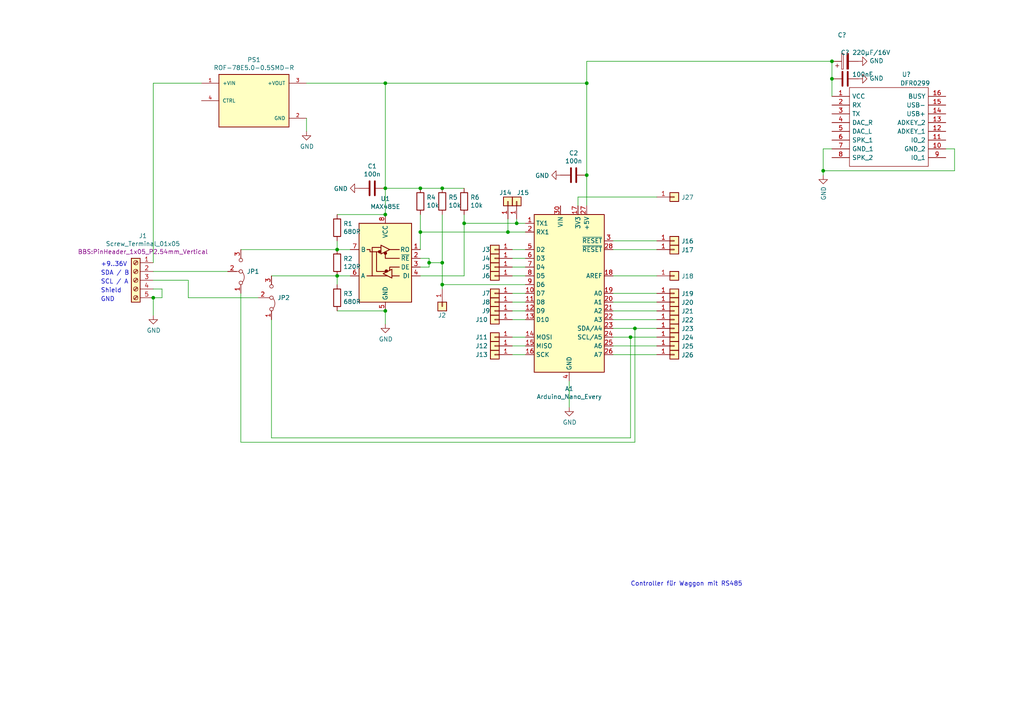
<source format=kicad_sch>
(kicad_sch (version 20211123) (generator eeschema)
  (paper "A4")
  (lib_symbols
    (symbol "Connector:Screw_Terminal_01x05" (pin_names (offset 1.016) hide)
      (property "Reference" "J" (at 0 7.62 0))
      (property "Value" "Screw_Terminal_01x05" (at 0 -7.62 0))
      (symbol "Screw_Terminal_01x05_1_1"
        (rectangle (start -1.27 6.35) (end 1.27 -6.35) (stroke (width 0.254)) (fill (type background)))
        (circle (center 0 -5.08) (radius 0.635) (stroke (width 0.1524)))
        (circle (center 0 -2.54) (radius 0.635) (stroke (width 0.1524)))
        (polyline (pts (xy -0.5334 -4.7498) (xy 0.3302 -5.588)) (stroke (width 0.1524)))
        (polyline (pts (xy -0.5334 -2.2098) (xy 0.3302 -3.048)) (stroke (width 0.1524)))
        (polyline (pts (xy -0.5334 0.3302) (xy 0.3302 -0.508)) (stroke (width 0.1524)))
        (polyline (pts (xy -0.5334 2.8702) (xy 0.3302 2.032)) (stroke (width 0.1524)))
        (polyline (pts (xy -0.5334 5.4102) (xy 0.3302 4.572)) (stroke (width 0.1524)))
        (polyline (pts (xy -0.3556 -4.572) (xy 0.508 -5.4102)) (stroke (width 0.1524)))
        (polyline (pts (xy -0.3556 -2.032) (xy 0.508 -2.8702)) (stroke (width 0.1524)))
        (polyline (pts (xy -0.3556 0.508) (xy 0.508 -0.3302)) (stroke (width 0.1524)))
        (polyline (pts (xy -0.3556 3.048) (xy 0.508 2.2098)) (stroke (width 0.1524)))
        (polyline (pts (xy -0.3556 5.588) (xy 0.508 4.7498)) (stroke (width 0.1524)))
        (circle (center 0 0) (radius 0.635) (stroke (width 0.1524)))
        (circle (center 0 2.54) (radius 0.635) (stroke (width 0.1524)))
        (circle (center 0 5.08) (radius 0.635) (stroke (width 0.1524)))
        (pin passive line (at -5.08 5.08 0) (length 3.81) (name "Pin_1") (number "1"))
        (pin passive line (at -5.08 2.54 0) (length 3.81) (name "Pin_2") (number "2"))
        (pin passive line (at -5.08 0 0) (length 3.81) (name "Pin_3") (number "3"))
        (pin passive line (at -5.08 -2.54 0) (length 3.81) (name "Pin_4") (number "4"))
        (pin passive line (at -5.08 -5.08 0) (length 3.81) (name "Pin_5") (number "5"))
      )
    )
    (symbol "Connector_Generic:Conn_01x01" (pin_names (offset 1.016) hide)
      (property "Reference" "J" (at 0 2.54 0))
      (property "Value" "Conn_01x01" (at 0 -2.54 0))
      (symbol "Conn_01x01_1_1"
        (rectangle (start -1.27 0.127) (end 0 -0.127) (stroke (width 0.1524)))
        (rectangle (start -1.27 1.27) (end 1.27 -1.27) (stroke (width 0.254)) (fill (type background)))
        (pin passive line (at -5.08 0 0) (length 3.81) (name "Pin_1") (number "1"))
      )
    )
    (symbol "DFRobot:DFR0299" (pin_names (offset 0.762))
      (property "Reference" "U" (at 29.21 7.62 0))
      (property "Value" "DFR0299" (at 29.21 5.08 0))
      (symbol "DFR0299_0_0"
        (pin power_in line (at 0 0 0) (length 5.08) (name "VCC") (number "1"))
        (pin power_in line (at 33.02 -15.24 180) (length 5.08) (name "GND_2") (number "10"))
        (pin input line (at 33.02 -12.7 180) (length 5.08) (name "IO_2") (number "11"))
        (pin input line (at 33.02 -10.16 180) (length 5.08) (name "ADKEY_1") (number "12"))
        (pin input line (at 33.02 -7.62 180) (length 5.08) (name "ADKEY_2") (number "13"))
        (pin bidirectional line (at 33.02 -5.08 180) (length 5.08) (name "USB+") (number "14"))
        (pin bidirectional line (at 33.02 -2.54 180) (length 5.08) (name "USB-") (number "15"))
        (pin output line (at 33.02 0 180) (length 5.08) (name "BUSY") (number "16"))
        (pin input line (at 0 -2.54 0) (length 5.08) (name "RX") (number "2"))
        (pin output line (at 0 -5.08 0) (length 5.08) (name "TX") (number "3"))
        (pin output line (at 0 -7.62 0) (length 5.08) (name "DAC_R") (number "4"))
        (pin output line (at 0 -10.16 0) (length 5.08) (name "DAC_L") (number "5"))
        (pin output line (at 0 -12.7 0) (length 5.08) (name "SPK_1") (number "6"))
        (pin power_in line (at 0 -15.24 0) (length 5.08) (name "GND_1") (number "7"))
        (pin output line (at 0 -17.78 0) (length 5.08) (name "SPK_2") (number "8"))
        (pin input line (at 33.02 -17.78 180) (length 5.08) (name "IO_1") (number "9"))
      )
      (symbol "DFR0299_0_1"
        (polyline (pts (xy 5.08 2.54) (xy 27.94 2.54) (xy 27.94 -20.32) (xy 5.08 -20.32) (xy 5.08 2.54)) (stroke (width 0.1524)))
      )
    )
    (symbol "Device:C" (pin_numbers hide) (pin_names (offset 0.254))
      (property "Reference" "C" (at 0.635 2.54 0))
      (property "Value" "C" (at 0.635 -2.54 0))
      (symbol "C_0_1"
        (polyline (pts (xy -2.032 -0.762) (xy 2.032 -0.762)) (stroke (width 0.508)))
        (polyline (pts (xy -2.032 0.762) (xy 2.032 0.762)) (stroke (width 0.508)))
      )
      (symbol "C_1_1"
        (pin passive line (at 0 3.81 270) (length 2.794) (name "~") (number "1"))
        (pin passive line (at 0 -3.81 90) (length 2.794) (name "~") (number "2"))
      )
    )
    (symbol "Device:C_Polarized" (pin_numbers hide) (pin_names (offset 0.254))
      (property "Reference" "C" (at 0.635 2.54 0))
      (property "Value" "C_Polarized" (at 0.635 -2.54 0))
      (symbol "C_Polarized_0_1"
        (rectangle (start -2.286 0.508) (end 2.286 1.016))
        (polyline (pts (xy -1.778 2.286) (xy -0.762 2.286)))
        (polyline (pts (xy -1.27 2.794) (xy -1.27 1.778)))
        (rectangle (start 2.286 -0.508) (end -2.286 -1.016) (fill (type outline)))
      )
      (symbol "C_Polarized_1_1"
        (pin passive line (at 0 3.81 270) (length 2.794) (name "~") (number "1"))
        (pin passive line (at 0 -3.81 90) (length 2.794) (name "~") (number "2"))
      )
    )
    (symbol "Device:R" (pin_numbers hide) (pin_names (offset 0))
      (property "Reference" "R" (at 2.032 0 90))
      (property "Value" "R" (at 0 0 90))
      (symbol "R_0_1"
        (rectangle (start -1.016 -2.54) (end 1.016 2.54) (stroke (width 0.254)))
      )
      (symbol "R_1_1"
        (pin passive line (at 0 3.81 270) (length 1.27) (name "~") (number "1"))
        (pin passive line (at 0 -3.81 90) (length 1.27) (name "~") (number "2"))
      )
    )
    (symbol "Interface_UART:MAX485E"
      (property "Reference" "U" (at -6.096 11.43 0))
      (property "Value" "MAX485E" (at 0.762 11.43 0))
      (symbol "MAX485E_0_1"
        (rectangle (start -7.62 10.16) (end 7.62 -12.7) (stroke (width 0.254)) (fill (type background)))
        (circle (center -0.3048 -3.683) (radius 0.3556) (stroke (width 0.254)) (fill (type outline)))
        (circle (center -0.0254 1.4986) (radius 0.3556) (stroke (width 0.254)) (fill (type outline)))
        (polyline (pts (xy -4.064 -5.08) (xy -1.905 -5.08)) (stroke (width 0.254)))
        (polyline (pts (xy -4.064 2.54) (xy -1.27 2.54)) (stroke (width 0.254)))
        (polyline (pts (xy -1.27 -3.2004) (xy -1.27 -3.4544)) (stroke (width 0.254)))
        (polyline (pts (xy -0.635 -5.08) (xy 5.334 -5.08)) (stroke (width 0.254)))
        (polyline (pts (xy -4.064 -2.54) (xy -1.27 -2.54) (xy -1.27 -3.175)) (stroke (width 0.254)))
        (polyline (pts (xy 0 1.27) (xy 0 0) (xy -4.064 0)) (stroke (width 0.254)))
        (polyline (pts (xy 1.27 3.175) (xy 3.81 3.175) (xy 3.81 -5.08)) (stroke (width 0.254)))
        (polyline (pts (xy 2.54 1.905) (xy 2.54 -3.81) (xy 0 -3.81)) (stroke (width 0.254)))
        (polyline (pts (xy -1.905 -3.175) (xy -1.905 -5.715) (xy 0.635 -4.445) (xy -1.905 -3.175)) (stroke (width 0.254)))
        (polyline (pts (xy -1.27 2.54) (xy 1.27 3.81) (xy 1.27 1.27) (xy -1.27 2.54)) (stroke (width 0.254)))
        (polyline (pts (xy 1.905 1.905) (xy 4.445 1.905) (xy 4.445 2.54) (xy 5.334 2.54)) (stroke (width 0.254)))
        (rectangle (start 1.27 3.175) (end 1.27 3.175))
        (circle (center 1.651 1.905) (radius 0.3556) (stroke (width 0.254)) (fill (type outline)))
      )
      (symbol "MAX485E_1_1"
        (pin output line (at -10.16 2.54 0) (length 2.54) (name "RO") (number "1"))
        (pin input line (at -10.16 0 0) (length 2.54) (name "~{RE}") (number "2"))
        (pin input line (at -10.16 -2.54 0) (length 2.54) (name "DE") (number "3"))
        (pin input line (at -10.16 -5.08 0) (length 2.54) (name "DI") (number "4"))
        (pin power_in line (at 0 -15.24 90) (length 2.54) (name "GND") (number "5"))
        (pin bidirectional line (at 10.16 -5.08 180) (length 2.54) (name "A") (number "6"))
        (pin bidirectional line (at 10.16 2.54 180) (length 2.54) (name "B") (number "7"))
        (pin power_in line (at 0 12.7 270) (length 2.54) (name "VCC") (number "8"))
      )
    )
    (symbol "Jumper:Jumper_3_Bridged12" (pin_names (offset 0) hide)
      (property "Reference" "JP" (at -2.54 -2.54 0))
      (property "Value" "Jumper_3_Bridged12" (at 0 2.794 0))
      (symbol "Jumper_3_Bridged12_0_0"
        (circle (center -3.302 0) (radius 0.508))
        (circle (center 0 0) (radius 0.508))
        (circle (center 3.302 0) (radius 0.508))
      )
      (symbol "Jumper_3_Bridged12_0_1"
        (arc (start -0.254 0.508) (mid -1.651 0.9912) (end -3.048 0.508))
        (polyline (pts (xy 0 -1.27) (xy 0 -0.508)))
      )
      (symbol "Jumper_3_Bridged12_1_1"
        (pin passive line (at -6.35 0 0) (length 2.54) (name "A") (number "1"))
        (pin input line (at 0 -3.81 90) (length 2.54) (name "C") (number "2"))
        (pin passive line (at 6.35 0 180) (length 2.54) (name "B") (number "3"))
      )
    )
    (symbol "MCU_Module:Arduino_Nano_Every"
      (property "Reference" "A" (at -10.16 23.495 0))
      (property "Value" "Arduino_Nano_Every" (at 5.08 -24.13 0))
      (symbol "Arduino_Nano_Every_0_1"
        (rectangle (start -10.16 22.86) (end 10.16 -22.86) (stroke (width 0.254)) (fill (type background)))
      )
      (symbol "Arduino_Nano_Every_1_1"
        (pin bidirectional line (at -12.7 20.32 0) (length 2.54) (name "TX1") (number "1"))
        (pin bidirectional line (at -12.7 0 0) (length 2.54) (name "D7") (number "10"))
        (pin bidirectional line (at -12.7 -2.54 0) (length 2.54) (name "D8") (number "11"))
        (pin bidirectional line (at -12.7 -5.08 0) (length 2.54) (name "D9") (number "12"))
        (pin bidirectional line (at -12.7 -7.62 0) (length 2.54) (name "D10") (number "13"))
        (pin bidirectional line (at -12.7 -12.7 0) (length 2.54) (name "MOSI") (number "14"))
        (pin bidirectional line (at -12.7 -15.24 0) (length 2.54) (name "MISO") (number "15"))
        (pin bidirectional line (at -12.7 -17.78 0) (length 2.54) (name "SCK") (number "16"))
        (pin power_out line (at 2.54 25.4 270) (length 2.54) (name "3V3") (number "17"))
        (pin input line (at 12.7 5.08 180) (length 2.54) (name "AREF") (number "18"))
        (pin bidirectional line (at 12.7 0 180) (length 2.54) (name "A0") (number "19"))
        (pin bidirectional line (at -12.7 17.78 0) (length 2.54) (name "RX1") (number "2"))
        (pin bidirectional line (at 12.7 -2.54 180) (length 2.54) (name "A1") (number "20"))
        (pin bidirectional line (at 12.7 -5.08 180) (length 2.54) (name "A2") (number "21"))
        (pin bidirectional line (at 12.7 -7.62 180) (length 2.54) (name "A3") (number "22"))
        (pin bidirectional line (at 12.7 -10.16 180) (length 2.54) (name "SDA/A4") (number "23"))
        (pin bidirectional line (at 12.7 -12.7 180) (length 2.54) (name "SCL/A5") (number "24"))
        (pin bidirectional line (at 12.7 -15.24 180) (length 2.54) (name "A6") (number "25"))
        (pin bidirectional line (at 12.7 -17.78 180) (length 2.54) (name "A7") (number "26"))
        (pin power_out line (at 5.08 25.4 270) (length 2.54) (name "+5V") (number "27"))
        (pin input line (at 12.7 12.7 180) (length 2.54) (name "~{RESET}") (number "28"))
        (pin passive line (at 0 -25.4 90) (length 2.54) hide (name "GND") (number "29"))
        (pin input line (at 12.7 15.24 180) (length 2.54) (name "~{RESET}") (number "3"))
        (pin power_in line (at -2.54 25.4 270) (length 2.54) (name "VIN") (number "30"))
        (pin power_in line (at 0 -25.4 90) (length 2.54) (name "GND") (number "4"))
        (pin bidirectional line (at -12.7 12.7 0) (length 2.54) (name "D2") (number "5"))
        (pin bidirectional line (at -12.7 10.16 0) (length 2.54) (name "D3") (number "6"))
        (pin bidirectional line (at -12.7 7.62 0) (length 2.54) (name "D4") (number "7"))
        (pin bidirectional line (at -12.7 5.08 0) (length 2.54) (name "D5") (number "8"))
        (pin bidirectional line (at -12.7 2.54 0) (length 2.54) (name "D6") (number "9"))
      )
    )
    (symbol "ROF-78E5.0-0.5SMD-R:ROF-78E5.0-0.5SMD-R" (pin_names (offset 1.016))
      (property "Reference" "PS" (at -10.16 8.89 0))
      (property "Value" "ROF-78E5.0-0.5SMD-R" (at -10.16 -10.16 0))
      (symbol "ROF-78E5.0-0.5SMD-R_0_0"
        (rectangle (start -10.16 -7.62) (end 10.16 7.62) (stroke (width 0.254)) (fill (type background)))
        (pin input line (at -15.24 5.08 0) (length 5.08) (name "+VIN") (number "1"))
        (pin power_in line (at 15.24 -5.08 180) (length 5.08) (name "GND") (number "2"))
        (pin output line (at 15.24 5.08 180) (length 5.08) (name "+VOUT") (number "3"))
        (pin input line (at -15.24 0 0) (length 5.08) (name "CTRL") (number "4"))
      )
    )
    (symbol "power:GND" (power) (pin_names (offset 0))
      (property "Value" "GND" (at 0 -3.81 0))
      (symbol "GND_0_1"
        (polyline (pts (xy 0 0) (xy 0 -1.27) (xy 1.27 -1.27) (xy 0 -2.54) (xy -1.27 -1.27) (xy 0 -1.27)))
      )
      (symbol "GND_1_1"
        (pin power_in line (at 0 0 270) (length 0) hide (name "GND") (number "1"))
      )
    )
  )
  (junction (at 121.92 54.61))
  (junction (at 170.18 50.8))
  (junction (at 128.27 54.61))
  (junction (at 147.32 67.31))
  (junction (at 149.86 64.77))
  (junction (at 111.76 54.61))
  (junction (at 241.3 22.86))
  (junction (at 44.45 86.36))
  (junction (at 182.88 97.79))
  (junction (at 184.15 95.25))
  (junction (at 97.79 72.39))
  (junction (at 111.76 62.23))
  (junction (at 238.76 49.53))
  (junction (at 111.76 90.17))
  (junction (at 241.3 17.78))
  (junction (at 170.18 24.13))
  (junction (at 124.46 76.2))
  (junction (at 134.62 64.77))
  (junction (at 128.27 82.55))
  (junction (at 111.76 24.13))
  (junction (at 97.79 80.01))
  (junction (at 121.92 67.31))
  (junction (at 128.27 76.2))
  (wire (pts (xy 177.8 92.71) (xy 190.5 92.71)))
  (wire (pts (xy 167.64 57.15) (xy 167.64 59.69)))
  (wire (pts (xy 148.59 85.09) (xy 152.4 85.09)))
  (wire (pts (xy 69.85 85.09) (xy 69.85 128.27)))
  (wire (pts (xy 238.76 49.53) (xy 238.76 43.18)))
  (wire (pts (xy 97.79 80.01) (xy 97.79 82.55)))
  (wire (pts (xy 44.45 83.82) (xy 46.99 83.82)))
  (wire (pts (xy 170.18 17.78) (xy 170.18 24.13)))
  (wire (pts (xy 111.76 54.61) (xy 121.92 54.61)))
  (wire (pts (xy 121.92 67.31) (xy 147.32 67.31)))
  (wire (pts (xy 147.32 63.5) (xy 147.32 67.31)))
  (wire (pts (xy 44.45 86.36) (xy 44.45 91.44)))
  (wire (pts (xy 134.62 64.77) (xy 134.62 80.01)))
  (wire (pts (xy 148.59 87.63) (xy 152.4 87.63)))
  (wire (pts (xy 177.8 87.63) (xy 190.5 87.63)))
  (wire (pts (xy 238.76 50.8) (xy 238.76 49.53)))
  (wire (pts (xy 184.15 95.25) (xy 190.5 95.25)))
  (wire (pts (xy 88.9 34.29) (xy 88.9 38.1)))
  (wire (pts (xy 97.79 62.23) (xy 111.76 62.23)))
  (wire (pts (xy 88.9 24.13) (xy 111.76 24.13)))
  (wire (pts (xy 128.27 82.55) (xy 128.27 76.2)))
  (wire (pts (xy 124.46 74.93) (xy 124.46 76.2)))
  (wire (pts (xy 128.27 62.23) (xy 128.27 76.2)))
  (wire (pts (xy 148.59 80.01) (xy 152.4 80.01)))
  (wire (pts (xy 148.59 90.17) (xy 152.4 90.17)))
  (wire (pts (xy 184.15 95.25) (xy 184.15 128.27)))
  (wire (pts (xy 241.3 17.78) (xy 170.18 17.78)))
  (wire (pts (xy 128.27 83.82) (xy 128.27 82.55)))
  (wire (pts (xy 148.59 72.39) (xy 152.4 72.39)))
  (wire (pts (xy 177.8 69.85) (xy 190.5 69.85)))
  (wire (pts (xy 241.3 22.86) (xy 241.3 27.94)))
  (wire (pts (xy 44.45 81.28) (xy 54.61 81.28)))
  (wire (pts (xy 148.59 77.47) (xy 152.4 77.47)))
  (wire (pts (xy 177.8 97.79) (xy 182.88 97.79)))
  (wire (pts (xy 177.8 80.01) (xy 190.5 80.01)))
  (wire (pts (xy 78.74 92.71) (xy 78.74 127)))
  (wire (pts (xy 177.8 95.25) (xy 184.15 95.25)))
  (wire (pts (xy 111.76 24.13) (xy 111.76 54.61)))
  (wire (pts (xy 241.3 17.78) (xy 243.84 17.78)))
  (wire (pts (xy 54.61 86.36) (xy 74.93 86.36)))
  (wire (pts (xy 177.8 72.39) (xy 190.5 72.39)))
  (wire (pts (xy 276.86 49.53) (xy 276.86 43.18)))
  (wire (pts (xy 121.92 54.61) (xy 128.27 54.61)))
  (wire (pts (xy 78.74 80.01) (xy 97.79 80.01)))
  (wire (pts (xy 121.92 62.23) (xy 121.92 67.31)))
  (wire (pts (xy 101.6 80.01) (xy 97.79 80.01)))
  (wire (pts (xy 69.85 72.39) (xy 97.79 72.39)))
  (wire (pts (xy 148.59 97.79) (xy 152.4 97.79)))
  (wire (pts (xy 152.4 82.55) (xy 128.27 82.55)))
  (wire (pts (xy 121.92 74.93) (xy 124.46 74.93)))
  (wire (pts (xy 128.27 54.61) (xy 134.62 54.61)))
  (wire (pts (xy 149.86 64.77) (xy 134.62 64.77)))
  (wire (pts (xy 44.45 24.13) (xy 44.45 76.2)))
  (wire (pts (xy 274.32 43.18) (xy 276.86 43.18)))
  (wire (pts (xy 97.79 72.39) (xy 101.6 72.39)))
  (wire (pts (xy 148.59 92.71) (xy 152.4 92.71)))
  (wire (pts (xy 170.18 24.13) (xy 170.18 50.8)))
  (wire (pts (xy 170.18 50.8) (xy 170.18 59.69)))
  (wire (pts (xy 147.32 67.31) (xy 152.4 67.31)))
  (wire (pts (xy 124.46 77.47) (xy 121.92 77.47)))
  (wire (pts (xy 190.5 57.15) (xy 167.64 57.15)))
  (wire (pts (xy 78.74 127) (xy 182.88 127)))
  (wire (pts (xy 134.62 62.23) (xy 134.62 64.77)))
  (wire (pts (xy 44.45 24.13) (xy 58.42 24.13)))
  (wire (pts (xy 148.59 100.33) (xy 152.4 100.33)))
  (wire (pts (xy 54.61 81.28) (xy 54.61 86.36)))
  (wire (pts (xy 238.76 43.18) (xy 241.3 43.18)))
  (wire (pts (xy 97.79 69.85) (xy 97.79 72.39)))
  (wire (pts (xy 97.79 90.17) (xy 111.76 90.17)))
  (wire (pts (xy 111.76 90.17) (xy 111.76 93.98)))
  (wire (pts (xy 177.8 100.33) (xy 190.5 100.33)))
  (wire (pts (xy 182.88 97.79) (xy 190.5 97.79)))
  (wire (pts (xy 121.92 67.31) (xy 121.92 72.39)))
  (wire (pts (xy 152.4 64.77) (xy 149.86 64.77)))
  (wire (pts (xy 111.76 24.13) (xy 170.18 24.13)))
  (wire (pts (xy 69.85 128.27) (xy 184.15 128.27)))
  (wire (pts (xy 177.8 90.17) (xy 190.5 90.17)))
  (wire (pts (xy 238.76 49.53) (xy 276.86 49.53)))
  (wire (pts (xy 148.59 74.93) (xy 152.4 74.93)))
  (wire (pts (xy 165.1 110.49) (xy 165.1 118.11)))
  (wire (pts (xy 134.62 80.01) (xy 121.92 80.01)))
  (wire (pts (xy 46.99 83.82) (xy 46.99 86.36)))
  (wire (pts (xy 182.88 97.79) (xy 182.88 127)))
  (wire (pts (xy 128.27 76.2) (xy 124.46 76.2)))
  (wire (pts (xy 149.86 63.5) (xy 149.86 64.77)))
  (wire (pts (xy 46.99 86.36) (xy 44.45 86.36)))
  (wire (pts (xy 124.46 76.2) (xy 124.46 77.47)))
  (wire (pts (xy 177.8 85.09) (xy 190.5 85.09)))
  (wire (pts (xy 111.76 54.61) (xy 111.76 62.23)))
  (wire (pts (xy 148.59 102.87) (xy 152.4 102.87)))
  (wire (pts (xy 44.45 78.74) (xy 66.04 78.74)))
  (wire (pts (xy 177.8 102.87) (xy 190.5 102.87)))
  (wire (pts (xy 241.3 17.78) (xy 241.3 22.86)))
  (text "+9..36V" (at 29.21 77.47 0) (effects (font (size 1.27 1.27)) (justify left bottom)))
  (text "Shield" (at 29.21 85.09 0) (effects (font (size 1.27 1.27)) (justify left bottom)))
  (text "SCL / A" (at 29.21 82.55 0) (effects (font (size 1.27 1.27)) (justify left bottom)))
  (text "Controller für Waggon mit RS485" (at 182.88 170.18 0) (effects (font (size 1.27 1.27)) (justify left bottom)))
  (text "SDA / B" (at 29.21 80.01 0) (effects (font (size 1.27 1.27)) (justify left bottom)))
  (text "GND" (at 29.21 87.63 0) (effects (font (size 1.27 1.27)) (justify left bottom)))
  (symbol (lib_id "MCU_Module:Arduino_Nano_Every") (at 165.1 85.09 0) (unit 1)
    (property "Reference" "A1" (at 165.1 112.7506 0))
    (property "Value" "Arduino_Nano_Every" (at 165.1 115.062 0))
    (property "Footprint" "BBS:Arduino_Nano_WithMountingHoles" (effects hide))
    (property "Datasheet" "https://content.arduino.cc/assets/NANOEveryV3.0_sch.pdf" (effects hide))
  )
  (symbol (lib_id "Interface_UART:MAX485E") (at 111.76 74.93 0) (mirror y) (unit 1)
    (property "Reference" "U1" (at 111.76 57.6326 0))
    (property "Value" "MAX485E" (at 111.76 59.944 0))
    (property "Footprint" "Package_DIP:DIP-8_W7.62mm_LongPads" (effects hide))
    (property "Datasheet" "https://datasheets.maximintegrated.com/en/ds/MAX1487E-MAX491E.pdf" (effects hide))
  )
  (symbol (lib_id "Device:R") (at 121.92 58.42 0) (unit 1)
    (property "Reference" "R4" (at 123.698 57.2516 0) (effects (justify left)))
    (property "Value" "10k" (at 123.698 59.563 0) (effects (justify left)))
    (property "Footprint" "BBS:R_7.5" (effects hide))
  )
  (symbol (lib_id "Device:R") (at 128.27 58.42 0) (unit 1)
    (property "Reference" "R5" (at 130.048 57.2516 0) (effects (justify left)))
    (property "Value" "10k" (at 130.048 59.563 0) (effects (justify left)))
    (property "Footprint" "BBS:R_7.5" (effects hide))
  )
  (symbol (lib_id "Device:R") (at 134.62 58.42 0) (unit 1)
    (property "Reference" "R6" (at 136.398 57.2516 0) (effects (justify left)))
    (property "Value" "10k" (at 136.398 59.563 0) (effects (justify left)))
    (property "Footprint" "BBS:R_7.5" (effects hide))
  )
  (symbol (lib_id "Device:R") (at 97.79 66.04 0) (unit 1)
    (property "Reference" "R1" (at 99.568 64.8716 0) (effects (justify left)))
    (property "Value" "680R" (at 99.568 67.183 0) (effects (justify left)))
    (property "Footprint" "BBS:R_7.5" (effects hide))
  )
  (symbol (lib_id "Device:R") (at 97.79 76.2 0) (unit 1)
    (property "Reference" "R2" (at 99.568 75.0316 0) (effects (justify left)))
    (property "Value" "120R" (at 99.568 77.343 0) (effects (justify left)))
    (property "Footprint" "BBS:R_7.5" (effects hide))
  )
  (symbol (lib_id "Device:R") (at 97.79 86.36 0) (unit 1)
    (property "Reference" "R3" (at 99.568 85.1916 0) (effects (justify left)))
    (property "Value" "680R" (at 99.568 87.503 0) (effects (justify left)))
    (property "Footprint" "BBS:R_7.5" (effects hide))
  )
  (symbol (lib_id "ROF-78E5.0-0.5SMD-R:ROF-78E5.0-0.5SMD-R") (at 73.66 29.21 0) (unit 1)
    (property "Reference" "PS1" (at 73.66 17.3482 0))
    (property "Value" "ROF-78E5.0-0.5SMD-R" (at 73.66 19.6596 0))
    (property "Footprint" "BBS:CONV_ROF-78E5.0-0.5SMD-R" (effects hide))
    (property "PARTREV" "4" (effects hide))
    (property "MAXIMUM_PACKAGE_HEIGHT" "4.00mm" (effects hide))
    (property "MANUFACTURER" "RECOM" (effects hide))
    (property "STANDARD" "Manufacturer Recommendations" (effects hide))
  )
  (symbol (lib_id "Connector:Screw_Terminal_01x05") (at 39.37 81.28 0) (mirror y) (unit 1)
    (property "Reference" "J1" (at 41.4528 68.4022 0))
    (property "Value" "Screw_Terminal_01x05" (at 41.4528 70.7136 0))
    (property "Footprint" "BBS:PinHeader_1x05_P2.54mm_Vertical" (at 41.4528 73.025 0))
  )
  (symbol (lib_id "Device:C") (at 107.95 54.61 270) (unit 1)
    (property "Reference" "C1" (at 107.95 48.2092 90))
    (property "Value" "100n" (at 107.95 50.5206 90))
    (property "Footprint" "BBS:C_Rect_L7.0mm_W2.0mm_P5.00mm" (effects hide))
  )
  (symbol (lib_id "power:GND") (at 111.76 93.98 0) (unit 1)
    (property "Reference" "#PWR0101" (effects hide))
    (property "Value" "GND" (at 111.887 98.3742 0))
  )
  (symbol (lib_id "power:GND") (at 104.14 54.61 270) (unit 1)
    (property "Reference" "#PWR0102" (effects hide))
    (property "Value" "GND" (at 100.8888 54.737 90) (effects (justify right)))
  )
  (symbol (lib_id "power:GND") (at 44.45 91.44 0) (unit 1)
    (property "Reference" "#PWR0103" (effects hide))
    (property "Value" "GND" (at 44.577 95.8342 0))
  )
  (symbol (lib_id "power:GND") (at 88.9 38.1 0) (unit 1)
    (property "Reference" "#PWR0104" (effects hide))
    (property "Value" "GND" (at 89.027 42.4942 0))
  )
  (symbol (lib_id "Device:C") (at 166.37 50.8 90) (unit 1)
    (property "Reference" "C2" (at 166.37 44.3992 90))
    (property "Value" "100n" (at 166.37 46.7106 90))
    (property "Footprint" "BBS:C_Rect_L7.0mm_W2.0mm_P5.00mm" (effects hide))
  )
  (symbol (lib_id "power:GND") (at 162.56 50.8 270) (unit 1)
    (property "Reference" "#PWR0105" (effects hide))
    (property "Value" "GND" (at 159.3088 50.927 90) (effects (justify right)))
  )
  (symbol (lib_id "power:GND") (at 165.1 118.11 0) (unit 1)
    (property "Reference" "#PWR0106" (effects hide))
    (property "Value" "GND" (at 165.227 122.5042 0))
  )
  (symbol (lib_id "Jumper:Jumper_3_Bridged12") (at 69.85 78.74 270) (mirror x) (unit 1)
    (property "Reference" "JP1" (at 71.5518 78.74 90) (effects (justify left)))
    (property "Value" "Jumper_3_Bridged12" (effects hide))
    (property "Footprint" "BBS:PinHeader_1x03_P2.54mm_Vertical" (effects hide))
  )
  (symbol (lib_id "Jumper:Jumper_3_Bridged12") (at 78.74 86.36 270) (mirror x) (unit 1)
    (property "Reference" "JP2" (at 80.4418 86.36 90) (effects (justify left)))
    (property "Value" "Jumper_3_Bridged12" (effects hide))
    (property "Footprint" "BBS:PinHeader_1x03_P2.54mm_Vertical" (effects hide))
  )
  (symbol (lib_id "Connector_Generic:Conn_01x01") (at 195.58 69.85 0) (unit 1)
    (property "Reference" "J16" (at 197.612 69.9516 0) (effects (justify left)))
    (property "Value" "Conn_01x01" (effects hide))
    (property "Footprint" "BBS:TestPoint_THTPad_1.5x1.5mm_Drill0.7mm" (effects hide))
  )
  (symbol (lib_id "Connector_Generic:Conn_01x01") (at 195.58 72.39 0) (unit 1)
    (property "Reference" "J17" (at 197.612 72.4916 0) (effects (justify left)))
    (property "Value" "Conn_01x01" (effects hide))
    (property "Footprint" "BBS:TestPoint_THTPad_1.5x1.5mm_Drill0.7mm" (effects hide))
  )
  (symbol (lib_id "Connector_Generic:Conn_01x01") (at 195.58 80.01 0) (unit 1)
    (property "Reference" "J18" (at 197.612 80.1116 0) (effects (justify left)))
    (property "Value" "Conn_01x01" (effects hide))
    (property "Footprint" "BBS:TestPoint_THTPad_1.5x1.5mm_Drill0.7mm" (effects hide))
  )
  (symbol (lib_id "Connector_Generic:Conn_01x01") (at 195.58 85.09 0) (unit 1)
    (property "Reference" "J19" (at 197.612 85.1916 0) (effects (justify left)))
    (property "Value" "Conn_01x01" (effects hide))
    (property "Footprint" "BBS:TestPoint_THTPad_1.5x1.5mm_Drill0.7mm" (effects hide))
  )
  (symbol (lib_id "Connector_Generic:Conn_01x01") (at 195.58 87.63 0) (unit 1)
    (property "Reference" "J20" (at 197.612 87.7316 0) (effects (justify left)))
    (property "Value" "Conn_01x01" (effects hide))
    (property "Footprint" "BBS:TestPoint_THTPad_1.5x1.5mm_Drill0.7mm" (effects hide))
  )
  (symbol (lib_id "Connector_Generic:Conn_01x01") (at 195.58 90.17 0) (unit 1)
    (property "Reference" "J21" (at 197.612 90.2716 0) (effects (justify left)))
    (property "Value" "Conn_01x01" (effects hide))
    (property "Footprint" "BBS:TestPoint_THTPad_1.5x1.5mm_Drill0.7mm" (effects hide))
  )
  (symbol (lib_id "Connector_Generic:Conn_01x01") (at 195.58 92.71 0) (unit 1)
    (property "Reference" "J22" (at 197.612 92.8116 0) (effects (justify left)))
    (property "Value" "Conn_01x01" (effects hide))
    (property "Footprint" "BBS:TestPoint_THTPad_1.5x1.5mm_Drill0.7mm" (effects hide))
  )
  (symbol (lib_id "Connector_Generic:Conn_01x01") (at 195.58 95.25 0) (unit 1)
    (property "Reference" "J23" (at 197.612 95.3516 0) (effects (justify left)))
    (property "Value" "Conn_01x01" (effects hide))
    (property "Footprint" "BBS:TestPoint_THTPad_1.5x1.5mm_Drill0.7mm" (effects hide))
  )
  (symbol (lib_id "Connector_Generic:Conn_01x01") (at 195.58 97.79 0) (unit 1)
    (property "Reference" "J24" (at 197.612 97.8916 0) (effects (justify left)))
    (property "Value" "Conn_01x01" (effects hide))
    (property "Footprint" "BBS:TestPoint_THTPad_1.5x1.5mm_Drill0.7mm" (effects hide))
  )
  (symbol (lib_id "Connector_Generic:Conn_01x01") (at 195.58 100.33 0) (unit 1)
    (property "Reference" "J25" (at 197.612 100.4316 0) (effects (justify left)))
    (property "Value" "Conn_01x01" (effects hide))
    (property "Footprint" "BBS:TestPoint_THTPad_1.5x1.5mm_Drill0.7mm" (effects hide))
  )
  (symbol (lib_id "Connector_Generic:Conn_01x01") (at 195.58 102.87 0) (unit 1)
    (property "Reference" "J26" (at 197.612 102.9716 0) (effects (justify left)))
    (property "Value" "Conn_01x01" (effects hide))
    (property "Footprint" "BBS:TestPoint_THTPad_1.5x1.5mm_Drill0.7mm" (effects hide))
  )
  (symbol (lib_id "Connector_Generic:Conn_01x01") (at 143.51 97.79 180) (unit 1)
    (property "Reference" "J11" (at 139.7 97.79 0))
    (property "Value" "Conn_01x01" (effects hide))
    (property "Footprint" "BBS:TestPoint_THTPad_1.5x1.5mm_Drill0.7mm" (effects hide))
  )
  (symbol (lib_id "Connector_Generic:Conn_01x01") (at 143.51 100.33 180) (unit 1)
    (property "Reference" "J12" (at 139.7 100.33 0))
    (property "Value" "Conn_01x01" (effects hide))
    (property "Footprint" "BBS:TestPoint_THTPad_1.5x1.5mm_Drill0.7mm" (effects hide))
  )
  (symbol (lib_id "Connector_Generic:Conn_01x01") (at 143.51 102.87 180) (unit 1)
    (property "Reference" "J13" (at 139.7 102.87 0))
    (property "Value" "Conn_01x01" (effects hide))
    (property "Footprint" "BBS:TestPoint_THTPad_1.5x1.5mm_Drill0.7mm" (effects hide))
  )
  (symbol (lib_id "Connector_Generic:Conn_01x01") (at 143.51 92.71 180) (unit 1)
    (property "Reference" "J10" (at 139.7 92.71 0))
    (property "Value" "Conn_01x01" (effects hide))
    (property "Footprint" "BBS:TestPoint_THTPad_1.5x1.5mm_Drill0.7mm" (effects hide))
  )
  (symbol (lib_id "Connector_Generic:Conn_01x01") (at 143.51 90.17 180) (unit 1)
    (property "Reference" "J9" (at 140.97 90.17 0))
    (property "Value" "Conn_01x01" (effects hide))
    (property "Footprint" "BBS:TestPoint_THTPad_1.5x1.5mm_Drill0.7mm" (effects hide))
  )
  (symbol (lib_id "Connector_Generic:Conn_01x01") (at 143.51 87.63 180) (unit 1)
    (property "Reference" "J8" (at 140.97 87.63 0))
    (property "Value" "Conn_01x01" (effects hide))
    (property "Footprint" "BBS:TestPoint_THTPad_1.5x1.5mm_Drill0.7mm" (effects hide))
  )
  (symbol (lib_id "Connector_Generic:Conn_01x01") (at 143.51 85.09 180) (unit 1)
    (property "Reference" "J7" (at 140.97 85.09 0))
    (property "Value" "Conn_01x01" (effects hide))
    (property "Footprint" "BBS:TestPoint_THTPad_1.5x1.5mm_Drill0.7mm" (effects hide))
  )
  (symbol (lib_id "Connector_Generic:Conn_01x01") (at 143.51 80.01 180) (unit 1)
    (property "Reference" "J6" (at 140.97 80.01 0))
    (property "Value" "Conn_01x01" (effects hide))
    (property "Footprint" "BBS:TestPoint_THTPad_1.5x1.5mm_Drill0.7mm" (effects hide))
  )
  (symbol (lib_id "Connector_Generic:Conn_01x01") (at 143.51 77.47 180) (unit 1)
    (property "Reference" "J5" (at 140.97 77.47 0))
    (property "Value" "Conn_01x01" (effects hide))
    (property "Footprint" "BBS:TestPoint_THTPad_1.5x1.5mm_Drill0.7mm" (effects hide))
  )
  (symbol (lib_id "Connector_Generic:Conn_01x01") (at 143.51 74.93 180) (unit 1)
    (property "Reference" "J4" (at 140.97 74.93 0))
    (property "Value" "Conn_01x01" (effects hide))
    (property "Footprint" "BBS:TestPoint_THTPad_1.5x1.5mm_Drill0.7mm" (effects hide))
  )
  (symbol (lib_id "Connector_Generic:Conn_01x01") (at 143.51 72.39 180) (unit 1)
    (property "Reference" "J3" (at 140.97 72.39 0))
    (property "Value" "Conn_01x01" (effects hide))
    (property "Footprint" "BBS:TestPoint_THTPad_1.5x1.5mm_Drill0.7mm" (effects hide))
  )
  (symbol (lib_id "Connector_Generic:Conn_01x01") (at 149.86 58.42 90) (unit 1)
    (property "Reference" "J15" (at 149.86 55.88 90) (effects (justify right)))
    (property "Value" "Conn_01x01" (effects hide))
    (property "Footprint" "BBS:TestPoint_THTPad_1.5x1.5mm_Drill0.7mm" (effects hide))
  )
  (symbol (lib_id "Connector_Generic:Conn_01x01") (at 147.32 58.42 90) (unit 1)
    (property "Reference" "J14" (at 144.78 55.88 90) (effects (justify right)))
    (property "Value" "Conn_01x01" (effects hide))
    (property "Footprint" "BBS:TestPoint_THTPad_1.5x1.5mm_Drill0.7mm" (effects hide))
  )
  (symbol (lib_id "Connector_Generic:Conn_01x01") (at 128.27 88.9 270) (unit 1)
    (property "Reference" "J2" (at 127 91.44 90) (effects (justify left)))
    (property "Value" "Conn_01x01" (effects hide))
    (property "Footprint" "BBS:TestPoint_THTPad_1.5x1.5mm_Drill0.7mm" (effects hide))
  )
  (symbol (lib_id "Connector_Generic:Conn_01x01") (at 195.58 57.15 0) (unit 1)
    (property "Reference" "J27" (at 197.612 57.2516 0) (effects (justify left)))
    (property "Value" "Conn_01x01" (effects hide))
    (property "Footprint" "BBS:TestPoint_THTPad_1.5x1.5mm_Drill0.7mm" (effects hide))
  )
  (symbol (lib_id "power:GND") (at 238.76 50.8 0) (unit 1)
    (property "Reference" "#PWR?" (effects hide))
    (property "Value" "GND" (at 238.887 54.0512 90) (effects (justify right)))
  )
  (symbol (lib_id "power:GND") (at 248.92 22.86 90) (unit 1)
    (property "Reference" "#PWR?" (effects hide))
    (property "Value" "GND" (at 252.1712 22.733 90) (effects (justify right)))
  )
  (symbol (lib_id "Device:C") (at 245.11 22.86 90) (unit 1)
    (property "Reference" "C?" (at 245.11 15.24 90))
    (property "Value" "100nF" (at 250.19 21.59 90))
  )
  (symbol (lib_id "power:GND") (at 248.92 17.78 90) (unit 1)
    (property "Reference" "#PWR?" (effects hide))
    (property "Value" "GND" (at 252.1712 17.653 90) (effects (justify right)))
  )
  (symbol (lib_id "DFRobot:DFR0299") (at 241.3 27.94 0) (unit 1)
    (property "Reference" "U?" (at 262.89 21.59 0))
    (property "Value" "DFR0299" (at 265.43 24.13 0))
    (property "Footprint" "DIPS1778W50P254L2100H170Q16N" (effects hide))
    (property "Datasheet" "https://github.com/Arduinolibrary/DFPlayer_Mini_mp3/raw/master/DFPlayer%20Mini%20Manual.pdf" (effects hide))
    (property "Description" "DFRobot Accessories DFPlayer" (effects hide))
    (property "Height" "1.7" (effects hide))
    (property "Manufacturer_Name" "DFRobot" (effects hide))
    (property "Manufacturer_Part_Number" "DFR0299" (effects hide))
    (property "Mouser Part Number" "426-DFR0299" (effects hide))
    (property "Mouser Price/Stock" "https://www.mouser.co.uk/ProductDetail/DFRobot/DFR0299?qs=Zcin8yvlhnPSNhqM2hweWw%3D%3D" (effects hide))
    (property "Arrow Part Number" "DFR0299" (effects hide))
    (property "Arrow Price/Stock" "https://www.arrow.com/en/products/dfr0299/dfrobot?region=nac" (effects hide))
  )
  (symbol (lib_id "Device:C_Polarized") (at 245.11 17.78 90) (unit 1)
    (property "Reference" "C?" (at 244.221 10.16 90))
    (property "Value" "220µF/16V" (at 252.73 15.24 90))
  )
)
</source>
